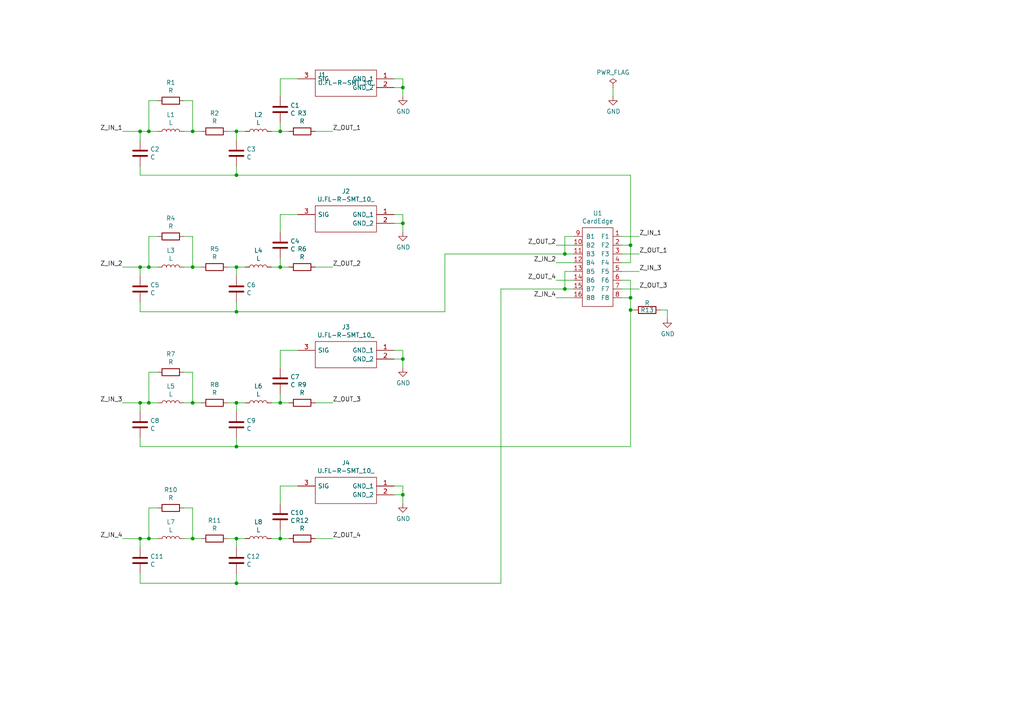
<source format=kicad_sch>
(kicad_sch (version 20211123) (generator eeschema)
  (paper "A4")
  (lib_symbols
    (symbol "Device:C" (pin_numbers hide) (pin_names (offset 0.254))
      (property "Reference" "C" (at 0.635 2.54 0))
      (property "Value" "C" (at 0.635 -2.54 0))
      (symbol "C_0_1"
        (polyline (pts (xy -2.032 -0.762) (xy 2.032 -0.762)) (stroke (width 0.508)))
        (polyline (pts (xy -2.032 0.762) (xy 2.032 0.762)) (stroke (width 0.508)))
      )
      (symbol "C_1_1"
        (pin passive line (at 0 3.81 270) (length 2.794) (name "~") (number "1"))
        (pin passive line (at 0 -3.81 90) (length 2.794) (name "~") (number "2"))
      )
    )
    (symbol "Device:L" (pin_numbers hide) (pin_names (offset 1.016) hide)
      (property "Reference" "L" (at -1.27 0 90))
      (property "Value" "L" (at 1.905 0 90))
      (symbol "L_0_1"
        (arc (start 0 -2.54) (mid 0.635 -1.905) (end 0 -1.27))
        (arc (start 0 -1.27) (mid 0.635 -0.635) (end 0 0))
        (arc (start 0 0) (mid 0.635 0.635) (end 0 1.27))
        (arc (start 0 1.27) (mid 0.635 1.905) (end 0 2.54))
      )
      (symbol "L_1_1"
        (pin passive line (at 0 3.81 270) (length 1.27) (name "1") (number "1"))
        (pin passive line (at 0 -3.81 90) (length 1.27) (name "2") (number "2"))
      )
    )
    (symbol "Device:R" (pin_numbers hide) (pin_names (offset 0))
      (property "Reference" "R" (at 2.032 0 90))
      (property "Value" "R" (at 0 0 90))
      (symbol "R_0_1"
        (rectangle (start -1.016 -2.54) (end 1.016 2.54) (stroke (width 0.254)))
      )
      (symbol "R_1_1"
        (pin passive line (at 0 3.81 270) (length 1.27) (name "~") (number "1"))
        (pin passive line (at 0 -3.81 90) (length 1.27) (name "~") (number "2"))
      )
    )
    (symbol "ElectrodeFilterAdapters:CardEdge" (pin_names (offset 1.016))
      (property "Reference" "U" (at 21.59 1.016 0))
      (property "Value" "ElectrodeFilterAdapters_CardEdge" (at 25.527 -10.16 0))
      (symbol "CardEdge_0_1"
        (rectangle (start 0 0) (end 22.86 -8.89))
      )
      (symbol "CardEdge_1_1"
        (pin input line (at 2.54 2.54 270) (length 2.54) (name "F1") (number "1"))
        (pin input line (at 5.08 -11.43 90) (length 2.54) (name "B2") (number "10"))
        (pin input line (at 7.62 -11.43 90) (length 2.54) (name "B3") (number "11"))
        (pin input line (at 10.16 -11.43 90) (length 2.54) (name "B4") (number "12"))
        (pin input line (at 12.7 -11.43 90) (length 2.54) (name "B5") (number "13"))
        (pin input line (at 15.24 -11.43 90) (length 2.54) (name "B6") (number "14"))
        (pin input line (at 17.78 -11.43 90) (length 2.54) (name "B7") (number "15"))
        (pin input line (at 20.32 -11.43 90) (length 2.54) (name "B8") (number "16"))
        (pin input line (at 5.08 2.54 270) (length 2.54) (name "F2") (number "2"))
        (pin input line (at 7.62 2.54 270) (length 2.54) (name "F3") (number "3"))
        (pin input line (at 10.16 2.54 270) (length 2.54) (name "F4") (number "4"))
        (pin input line (at 12.7 2.54 270) (length 2.54) (name "F5") (number "5"))
        (pin input line (at 15.24 2.54 270) (length 2.54) (name "F6") (number "6"))
        (pin input line (at 17.78 2.54 270) (length 2.54) (name "F7") (number "7"))
        (pin input line (at 20.32 2.54 270) (length 2.54) (name "F8") (number "8"))
        (pin input line (at 2.54 -11.43 90) (length 2.54) (name "B1") (number "9"))
      )
    )
    (symbol "ElectrodeFilterAdapters:U.FL-R-SMT_10_" (pin_names (offset 0.762))
      (property "Reference" "J" (at 24.13 7.62 0))
      (property "Value" "ElectrodeFilterAdapters_U.FL-R-SMT_10_" (at 24.13 5.08 0))
      (symbol "U.FL-R-SMT_10__0_0"
        (pin passive line (at 27.94 0 180) (length 5.08) (name "GND_1") (number "1"))
        (pin passive line (at 27.94 -2.54 180) (length 5.08) (name "GND_2") (number "2"))
        (pin passive line (at 0 0 0) (length 5.08) (name "SIG") (number "3"))
      )
      (symbol "U.FL-R-SMT_10__0_1"
        (polyline (pts (xy 5.08 2.54) (xy 22.86 2.54) (xy 22.86 -5.08) (xy 5.08 -5.08) (xy 5.08 2.54)) (stroke (width 0.1524)))
      )
    )
    (symbol "power:GND" (power) (pin_names (offset 0))
      (property "Value" "GND" (at 0 -3.81 0))
      (symbol "GND_0_1"
        (polyline (pts (xy 0 0) (xy 0 -1.27) (xy 1.27 -1.27) (xy 0 -2.54) (xy -1.27 -1.27) (xy 0 -1.27)))
      )
      (symbol "GND_1_1"
        (pin power_in line (at 0 0 270) (length 0) hide (name "GND") (number "1"))
      )
    )
    (symbol "power:PWR_FLAG" (power) (pin_numbers hide) (pin_names (offset 0) hide)
      (property "Value" "PWR_FLAG" (at 0 3.81 0))
      (symbol "PWR_FLAG_0_0"
        (pin power_out line (at 0 0 90) (length 0) (name "pwr") (number "1"))
      )
      (symbol "PWR_FLAG_0_1"
        (polyline (pts (xy 0 0) (xy 0 1.27) (xy -1.016 1.905) (xy 0 2.54) (xy 1.016 1.905) (xy 0 1.27)))
      )
    )
  )
  (junction (at 116.84 143.51))
  (junction (at 68.58 50.8))
  (junction (at 43.18 38.1))
  (junction (at 43.18 77.47))
  (junction (at 81.28 77.47))
  (junction (at 68.58 156.21))
  (junction (at 163.83 83.82))
  (junction (at 68.58 38.1))
  (junction (at 81.28 38.1))
  (junction (at 55.88 38.1))
  (junction (at 116.84 64.77))
  (junction (at 43.18 156.21))
  (junction (at 116.84 104.14))
  (junction (at 81.28 156.21))
  (junction (at 81.28 116.84))
  (junction (at 40.64 38.1))
  (junction (at 55.88 116.84))
  (junction (at 68.58 169.164))
  (junction (at 43.18 116.84))
  (junction (at 40.64 156.21))
  (junction (at 68.58 116.84))
  (junction (at 163.83 73.66))
  (junction (at 182.88 89.916))
  (junction (at 182.88 86.36))
  (junction (at 182.88 71.12))
  (junction (at 68.58 77.47))
  (junction (at 116.84 25.4))
  (junction (at 68.58 90.424))
  (junction (at 55.88 156.21))
  (junction (at 68.58 129.54))
  (junction (at 55.88 77.47))
  (junction (at 40.64 77.47))
  (junction (at 40.64 116.84))
  (wire (pts (xy 68.58 48.26) (xy 68.58 50.8)))
  (wire (pts (xy 68.58 90.424) (xy 129.032 90.424)))
  (wire (pts (xy 43.18 107.95) (xy 43.18 116.84)))
  (wire (pts (xy 66.04 38.1) (xy 68.58 38.1)))
  (wire (pts (xy 114.3 140.97) (xy 116.84 140.97)))
  (wire (pts (xy 182.88 89.916) (xy 182.88 129.54)))
  (wire (pts (xy 53.34 147.32) (xy 55.88 147.32)))
  (wire (pts (xy 35.56 77.47) (xy 40.64 77.47)))
  (wire (pts (xy 182.88 71.12) (xy 182.88 76.2)))
  (wire (pts (xy 45.72 29.21) (xy 43.18 29.21)))
  (wire (pts (xy 45.72 68.58) (xy 43.18 68.58)))
  (wire (pts (xy 81.28 77.47) (xy 81.28 74.93)))
  (wire (pts (xy 40.64 169.164) (xy 68.58 169.164)))
  (wire (pts (xy 43.18 116.84) (xy 40.64 116.84)))
  (wire (pts (xy 35.56 38.1) (xy 40.64 38.1)))
  (wire (pts (xy 55.88 68.58) (xy 55.88 77.47)))
  (wire (pts (xy 129.032 73.66) (xy 163.83 73.66)))
  (wire (pts (xy 43.18 68.58) (xy 43.18 77.47)))
  (wire (pts (xy 78.74 38.1) (xy 81.28 38.1)))
  (wire (pts (xy 180.34 76.2) (xy 182.88 76.2)))
  (wire (pts (xy 68.58 38.1) (xy 68.58 40.64)))
  (wire (pts (xy 129.032 90.424) (xy 129.032 73.66)))
  (wire (pts (xy 66.04 156.21) (xy 68.58 156.21)))
  (wire (pts (xy 43.18 116.84) (xy 45.72 116.84)))
  (wire (pts (xy 182.88 89.916) (xy 183.896 89.916)))
  (wire (pts (xy 180.34 68.58) (xy 185.42 68.58)))
  (wire (pts (xy 68.58 169.164) (xy 145.288 169.164)))
  (wire (pts (xy 55.88 156.21) (xy 53.34 156.21)))
  (wire (pts (xy 40.64 116.84) (xy 40.64 119.38)))
  (wire (pts (xy 43.18 147.32) (xy 43.18 156.21)))
  (wire (pts (xy 91.44 77.47) (xy 96.52 77.47)))
  (wire (pts (xy 81.28 38.1) (xy 81.28 35.56)))
  (wire (pts (xy 71.12 156.21) (xy 68.58 156.21)))
  (wire (pts (xy 55.88 107.95) (xy 55.88 116.84)))
  (wire (pts (xy 45.72 147.32) (xy 43.18 147.32)))
  (wire (pts (xy 114.3 143.51) (xy 116.84 143.51)))
  (wire (pts (xy 55.88 77.47) (xy 53.34 77.47)))
  (wire (pts (xy 81.28 67.31) (xy 81.28 62.23)))
  (wire (pts (xy 182.88 86.36) (xy 182.88 89.916)))
  (wire (pts (xy 161.29 71.12) (xy 166.37 71.12)))
  (wire (pts (xy 43.18 38.1) (xy 45.72 38.1)))
  (wire (pts (xy 114.3 101.6) (xy 116.84 101.6)))
  (wire (pts (xy 91.44 156.21) (xy 96.52 156.21)))
  (wire (pts (xy 68.58 127) (xy 68.58 129.54)))
  (wire (pts (xy 145.288 83.82) (xy 163.83 83.82)))
  (wire (pts (xy 68.58 116.84) (xy 68.58 119.38)))
  (wire (pts (xy 114.3 62.23) (xy 116.84 62.23)))
  (wire (pts (xy 68.58 156.21) (xy 68.58 158.75)))
  (wire (pts (xy 71.12 38.1) (xy 68.58 38.1)))
  (wire (pts (xy 40.64 48.26) (xy 40.64 50.8)))
  (wire (pts (xy 114.3 22.86) (xy 116.84 22.86)))
  (wire (pts (xy 163.83 78.74) (xy 163.83 83.82)))
  (wire (pts (xy 81.28 77.47) (xy 83.82 77.47)))
  (wire (pts (xy 114.3 104.14) (xy 116.84 104.14)))
  (wire (pts (xy 68.58 87.63) (xy 68.58 90.424)))
  (wire (pts (xy 180.34 86.36) (xy 182.88 86.36)))
  (wire (pts (xy 81.28 156.21) (xy 81.28 153.67)))
  (wire (pts (xy 68.58 77.47) (xy 68.58 80.01)))
  (wire (pts (xy 53.34 29.21) (xy 55.88 29.21)))
  (wire (pts (xy 53.34 68.58) (xy 55.88 68.58)))
  (wire (pts (xy 71.12 116.84) (xy 68.58 116.84)))
  (wire (pts (xy 40.64 127) (xy 40.64 129.54)))
  (wire (pts (xy 91.44 38.1) (xy 96.52 38.1)))
  (wire (pts (xy 68.58 129.54) (xy 182.88 129.54)))
  (wire (pts (xy 78.74 116.84) (xy 81.28 116.84)))
  (wire (pts (xy 35.56 156.21) (xy 40.64 156.21)))
  (wire (pts (xy 71.12 77.47) (xy 68.58 77.47)))
  (wire (pts (xy 43.18 156.21) (xy 40.64 156.21)))
  (wire (pts (xy 40.64 166.37) (xy 40.64 169.164)))
  (wire (pts (xy 66.04 77.47) (xy 68.58 77.47)))
  (wire (pts (xy 35.56 116.84) (xy 40.64 116.84)))
  (wire (pts (xy 58.42 38.1) (xy 55.88 38.1)))
  (wire (pts (xy 91.44 116.84) (xy 96.52 116.84)))
  (wire (pts (xy 55.88 147.32) (xy 55.88 156.21)))
  (wire (pts (xy 163.83 83.82) (xy 166.37 83.82)))
  (wire (pts (xy 81.28 116.84) (xy 81.28 114.3)))
  (wire (pts (xy 161.29 76.2) (xy 166.37 76.2)))
  (wire (pts (xy 53.34 107.95) (xy 55.88 107.95)))
  (wire (pts (xy 45.72 107.95) (xy 43.18 107.95)))
  (wire (pts (xy 78.74 156.21) (xy 81.28 156.21)))
  (wire (pts (xy 78.74 77.47) (xy 81.28 77.47)))
  (wire (pts (xy 40.64 77.47) (xy 40.64 80.01)))
  (wire (pts (xy 116.84 140.97) (xy 116.84 143.51)))
  (wire (pts (xy 163.83 68.58) (xy 163.83 73.66)))
  (wire (pts (xy 40.64 156.21) (xy 40.64 158.75)))
  (wire (pts (xy 55.88 38.1) (xy 53.34 38.1)))
  (wire (pts (xy 81.28 116.84) (xy 83.82 116.84)))
  (wire (pts (xy 180.34 73.66) (xy 185.42 73.66)))
  (wire (pts (xy 116.84 64.77) (xy 116.84 67.31)))
  (wire (pts (xy 163.83 73.66) (xy 166.37 73.66)))
  (wire (pts (xy 177.8 25.4) (xy 177.8 27.94)))
  (wire (pts (xy 182.88 81.28) (xy 182.88 86.36)))
  (wire (pts (xy 68.58 50.8) (xy 182.88 50.8)))
  (wire (pts (xy 161.29 81.28) (xy 166.37 81.28)))
  (wire (pts (xy 191.516 89.916) (xy 193.548 89.916)))
  (wire (pts (xy 55.88 29.21) (xy 55.88 38.1)))
  (wire (pts (xy 40.64 38.1) (xy 40.64 40.64)))
  (wire (pts (xy 166.37 78.74) (xy 163.83 78.74)))
  (wire (pts (xy 116.84 62.23) (xy 116.84 64.77)))
  (wire (pts (xy 40.64 129.54) (xy 68.58 129.54)))
  (wire (pts (xy 114.3 25.4) (xy 116.84 25.4)))
  (wire (pts (xy 116.84 101.6) (xy 116.84 104.14)))
  (wire (pts (xy 81.28 140.97) (xy 86.36 140.97)))
  (wire (pts (xy 114.3 64.77) (xy 116.84 64.77)))
  (wire (pts (xy 81.28 38.1) (xy 83.82 38.1)))
  (wire (pts (xy 180.34 83.82) (xy 185.42 83.82)))
  (wire (pts (xy 81.28 156.21) (xy 83.82 156.21)))
  (wire (pts (xy 81.28 27.94) (xy 81.28 22.86)))
  (wire (pts (xy 43.18 77.47) (xy 40.64 77.47)))
  (wire (pts (xy 58.42 116.84) (xy 55.88 116.84)))
  (wire (pts (xy 116.84 143.51) (xy 116.84 146.05)))
  (wire (pts (xy 116.84 104.14) (xy 116.84 106.68)))
  (wire (pts (xy 145.288 169.164) (xy 145.288 83.82)))
  (wire (pts (xy 81.28 62.23) (xy 86.36 62.23)))
  (wire (pts (xy 81.28 101.6) (xy 86.36 101.6)))
  (wire (pts (xy 43.18 77.47) (xy 45.72 77.47)))
  (wire (pts (xy 58.42 156.21) (xy 55.88 156.21)))
  (wire (pts (xy 66.04 116.84) (xy 68.58 116.84)))
  (wire (pts (xy 166.37 68.58) (xy 163.83 68.58)))
  (wire (pts (xy 43.18 29.21) (xy 43.18 38.1)))
  (wire (pts (xy 55.88 116.84) (xy 53.34 116.84)))
  (wire (pts (xy 193.548 89.916) (xy 193.548 92.456)))
  (wire (pts (xy 180.34 71.12) (xy 182.88 71.12)))
  (wire (pts (xy 182.88 50.8) (xy 182.88 71.12)))
  (wire (pts (xy 81.28 106.68) (xy 81.28 101.6)))
  (wire (pts (xy 40.64 50.8) (xy 68.58 50.8)))
  (wire (pts (xy 116.84 22.86) (xy 116.84 25.4)))
  (wire (pts (xy 40.64 87.63) (xy 40.64 90.424)))
  (wire (pts (xy 81.28 22.86) (xy 86.36 22.86)))
  (wire (pts (xy 81.28 146.05) (xy 81.28 140.97)))
  (wire (pts (xy 161.29 86.36) (xy 166.37 86.36)))
  (wire (pts (xy 116.84 25.4) (xy 116.84 27.94)))
  (wire (pts (xy 68.58 166.37) (xy 68.58 169.164)))
  (wire (pts (xy 180.34 78.74) (xy 185.42 78.74)))
  (wire (pts (xy 43.18 156.21) (xy 45.72 156.21)))
  (wire (pts (xy 58.42 77.47) (xy 55.88 77.47)))
  (wire (pts (xy 180.34 81.28) (xy 182.88 81.28)))
  (wire (pts (xy 43.18 38.1) (xy 40.64 38.1)))
  (wire (pts (xy 40.64 90.424) (xy 68.58 90.424)))
  (label "Z_OUT_4" (at 161.29 81.28 180))
  (label "Z_IN_2" (at 35.56 77.47 180))
  (label "Z_IN_3" (at 35.56 116.84 180))
  (label "Z_IN_1" (at 35.56 38.1 180))
  (label "Z_OUT_4" (at 96.52 156.21 0))
  (label "Z_OUT_3" (at 185.42 83.82 0))
  (label "Z_IN_2" (at 161.29 76.2 180))
  (label "Z_IN_4" (at 161.29 86.36 180))
  (label "Z_OUT_2" (at 161.29 71.12 180))
  (label "Z_IN_4" (at 35.56 156.21 180))
  (label "Z_IN_3" (at 185.42 78.74 0))
  (label "Z_OUT_2" (at 96.52 77.47 0))
  (label "Z_OUT_3" (at 96.52 116.84 0))
  (label "Z_OUT_1" (at 185.42 73.66 0))
  (label "Z_IN_1" (at 185.42 68.58 0))
  (label "Z_OUT_1" (at 96.52 38.1 0))
  (symbol (lib_id "Device:R") (at 49.53 29.21 270) (unit 1)
    (property "Reference" "R1" (at 49.53 23.9522 90))
    (property "Value" "R" (at 49.53 26.2636 90))
    (property "Footprint" "Resistor_SMD:R_0603_1608Metric" (effects hide))
  )
  (symbol (lib_id "Device:C") (at 40.64 44.45 0) (unit 1)
    (property "Reference" "C2" (at 43.561 43.2816 0) (effects (justify left)))
    (property "Value" "C" (at 43.561 45.593 0) (effects (justify left)))
    (property "Footprint" "Capacitor_SMD:C_0603_1608Metric" (effects hide))
  )
  (symbol (lib_id "ElectrodeFilterAdapters:U.FL-R-SMT_10_") (at 86.36 22.86 0) (unit 1)
    (property "Reference" "J1" (at 92.1512 21.6916 0) (effects (justify left)))
    (property "Value" "U.FL-R-SMT_10_" (at 92.1512 24.003 0) (effects (justify left)))
    (property "Footprint" "ElectrodeFilterAdapters:UFLRSMT10" (effects hide))
    (property "Datasheet" "https://componentsearchengine.com//U.FL-R-SMT(10).pdf" (effects hide))
    (property "Description" "RF Connectors / Coaxial Connectors U.FL RECEPTACLE SMT GLD M CONT REEL" (effects hide))
    (property "Height" "1.25" (effects hide))
    (property "Mouser2 Part Number" "798-U.FL-R-SMT10" (effects hide))
    (property "Mouser2 Price/Stock" "https://www.mouser.com/Search/Refine.aspx?Keyword=798-U.FL-R-SMT10" (effects hide))
    (property "Manufacturer_Name" "Hirose" (effects hide))
    (property "Manufacturer_Part_Number" "U.FL-R-SMT(10)" (effects hide))
  )
  (symbol (lib_id "Device:L") (at 49.53 38.1 90) (unit 1)
    (property "Reference" "L1" (at 49.53 33.274 90))
    (property "Value" "L" (at 49.53 35.5854 90))
    (property "Footprint" "Inductor_SMD:L_1008_2520Metric" (effects hide))
  )
  (symbol (lib_id "power:GND") (at 116.84 27.94 0) (unit 1)
    (property "Reference" "#PWR01" (effects hide))
    (property "Value" "GND" (at 116.967 32.3342 0))
  )
  (symbol (lib_id "Device:C") (at 68.58 44.45 0) (unit 1)
    (property "Reference" "C3" (at 71.501 43.2816 0) (effects (justify left)))
    (property "Value" "C" (at 71.501 45.593 0) (effects (justify left)))
    (property "Footprint" "Capacitor_SMD:C_0603_1608Metric" (effects hide))
  )
  (symbol (lib_id "Device:R") (at 62.23 38.1 270) (unit 1)
    (property "Reference" "R2" (at 62.23 32.8422 90))
    (property "Value" "R" (at 62.23 35.1536 90))
    (property "Footprint" "Resistor_SMD:R_0603_1608Metric" (effects hide))
  )
  (symbol (lib_id "power:PWR_FLAG") (at 177.8 25.4 0) (unit 1)
    (property "Reference" "#FLG01" (effects hide))
    (property "Value" "PWR_FLAG" (at 177.8 21.0058 0))
  )
  (symbol (lib_id "power:GND") (at 177.8 27.94 0) (unit 1)
    (property "Reference" "#PWR02" (effects hide))
    (property "Value" "GND" (at 177.927 32.3342 0))
  )
  (symbol (lib_id "Device:L") (at 74.93 38.1 90) (unit 1)
    (property "Reference" "L2" (at 74.93 33.274 90))
    (property "Value" "L" (at 74.93 35.5854 90))
    (property "Footprint" "Inductor_SMD:L_0603_1608Metric" (effects hide))
  )
  (symbol (lib_id "Device:C") (at 81.28 31.75 0) (unit 1)
    (property "Reference" "C1" (at 84.201 30.5816 0) (effects (justify left)))
    (property "Value" "C" (at 84.201 32.893 0) (effects (justify left)))
    (property "Footprint" "Capacitor_SMD:C_0603_1608Metric" (effects hide))
  )
  (symbol (lib_id "Device:R") (at 87.63 38.1 270) (unit 1)
    (property "Reference" "R3" (at 87.63 32.8422 90))
    (property "Value" "R" (at 87.63 35.1536 90))
    (property "Footprint" "Resistor_SMD:R_0603_1608Metric" (effects hide))
  )
  (symbol (lib_id "Device:R") (at 49.53 68.58 270) (unit 1)
    (property "Reference" "R4" (at 49.53 63.3222 90))
    (property "Value" "R" (at 49.53 65.6336 90))
    (property "Footprint" "Resistor_SMD:R_0603_1608Metric" (effects hide))
  )
  (symbol (lib_id "Device:C") (at 40.64 83.82 0) (unit 1)
    (property "Reference" "C5" (at 43.561 82.6516 0) (effects (justify left)))
    (property "Value" "C" (at 43.561 84.963 0) (effects (justify left)))
    (property "Footprint" "Capacitor_SMD:C_0603_1608Metric" (effects hide))
  )
  (symbol (lib_id "Device:L") (at 49.53 77.47 90) (unit 1)
    (property "Reference" "L3" (at 49.53 72.644 90))
    (property "Value" "L" (at 49.53 74.9554 90))
    (property "Footprint" "Inductor_SMD:L_1008_2520Metric" (effects hide))
  )
  (symbol (lib_id "Device:C") (at 68.58 83.82 0) (unit 1)
    (property "Reference" "C6" (at 71.501 82.6516 0) (effects (justify left)))
    (property "Value" "C" (at 71.501 84.963 0) (effects (justify left)))
    (property "Footprint" "Capacitor_SMD:C_0603_1608Metric" (effects hide))
  )
  (symbol (lib_id "Device:R") (at 62.23 77.47 270) (unit 1)
    (property "Reference" "R5" (at 62.23 72.2122 90))
    (property "Value" "R" (at 62.23 74.5236 90))
    (property "Footprint" "Resistor_SMD:R_0603_1608Metric" (effects hide))
  )
  (symbol (lib_id "Device:L") (at 74.93 77.47 90) (unit 1)
    (property "Reference" "L4" (at 74.93 72.644 90))
    (property "Value" "L" (at 74.93 74.9554 90))
    (property "Footprint" "Inductor_SMD:L_0603_1608Metric" (effects hide))
  )
  (symbol (lib_id "Device:C") (at 81.28 71.12 0) (unit 1)
    (property "Reference" "C4" (at 84.201 69.9516 0) (effects (justify left)))
    (property "Value" "C" (at 84.201 72.263 0) (effects (justify left)))
    (property "Footprint" "Capacitor_SMD:C_0603_1608Metric" (effects hide))
  )
  (symbol (lib_id "ElectrodeFilterAdapters:U.FL-R-SMT_10_") (at 86.36 62.23 0) (unit 1)
    (property "Reference" "J2" (at 100.33 55.499 0))
    (property "Value" "U.FL-R-SMT_10_" (at 100.33 57.8104 0))
    (property "Footprint" "ElectrodeFilterAdapters:UFLRSMT10" (effects hide))
    (property "Datasheet" "https://componentsearchengine.com//U.FL-R-SMT(10).pdf" (effects hide))
    (property "Description" "RF Connectors / Coaxial Connectors U.FL RECEPTACLE SMT GLD M CONT REEL" (effects hide))
    (property "Height" "1.25" (effects hide))
    (property "Mouser2 Part Number" "798-U.FL-R-SMT10" (effects hide))
    (property "Mouser2 Price/Stock" "https://www.mouser.com/Search/Refine.aspx?Keyword=798-U.FL-R-SMT10" (effects hide))
    (property "Manufacturer_Name" "Hirose" (effects hide))
    (property "Manufacturer_Part_Number" "U.FL-R-SMT(10)" (effects hide))
  )
  (symbol (lib_id "power:GND") (at 116.84 67.31 0) (unit 1)
    (property "Reference" "#PWR05" (effects hide))
    (property "Value" "GND" (at 116.967 71.7042 0))
  )
  (symbol (lib_id "Device:R") (at 87.63 77.47 270) (unit 1)
    (property "Reference" "R6" (at 87.63 72.2122 90))
    (property "Value" "R" (at 87.63 74.5236 90))
    (property "Footprint" "Resistor_SMD:R_0603_1608Metric" (effects hide))
  )
  (symbol (lib_id "Device:R") (at 49.53 107.95 270) (unit 1)
    (property "Reference" "R7" (at 49.53 102.6922 90))
    (property "Value" "R" (at 49.53 105.0036 90))
    (property "Footprint" "Resistor_SMD:R_0603_1608Metric" (effects hide))
  )
  (symbol (lib_id "Device:C") (at 40.64 123.19 0) (unit 1)
    (property "Reference" "C8" (at 43.561 122.0216 0) (effects (justify left)))
    (property "Value" "C" (at 43.561 124.333 0) (effects (justify left)))
    (property "Footprint" "Capacitor_SMD:C_0603_1608Metric" (effects hide))
  )
  (symbol (lib_id "Device:L") (at 49.53 116.84 90) (unit 1)
    (property "Reference" "L5" (at 49.53 112.014 90))
    (property "Value" "L" (at 49.53 114.3254 90))
    (property "Footprint" "Inductor_SMD:L_1008_2520Metric" (effects hide))
  )
  (symbol (lib_id "Device:C") (at 68.58 123.19 0) (unit 1)
    (property "Reference" "C9" (at 71.501 122.0216 0) (effects (justify left)))
    (property "Value" "C" (at 71.501 124.333 0) (effects (justify left)))
    (property "Footprint" "Capacitor_SMD:C_0603_1608Metric" (effects hide))
  )
  (symbol (lib_id "Device:R") (at 62.23 116.84 270) (unit 1)
    (property "Reference" "R8" (at 62.23 111.5822 90))
    (property "Value" "R" (at 62.23 113.8936 90))
    (property "Footprint" "Resistor_SMD:R_0603_1608Metric" (effects hide))
  )
  (symbol (lib_id "Device:L") (at 74.93 116.84 90) (unit 1)
    (property "Reference" "L6" (at 74.93 112.014 90))
    (property "Value" "L" (at 74.93 114.3254 90))
    (property "Footprint" "Inductor_SMD:L_0603_1608Metric" (effects hide))
  )
  (symbol (lib_id "Device:C") (at 81.28 110.49 0) (unit 1)
    (property "Reference" "C7" (at 84.201 109.3216 0) (effects (justify left)))
    (property "Value" "C" (at 84.201 111.633 0) (effects (justify left)))
    (property "Footprint" "Capacitor_SMD:C_0603_1608Metric" (effects hide))
  )
  (symbol (lib_id "ElectrodeFilterAdapters:U.FL-R-SMT_10_") (at 86.36 101.6 0) (unit 1)
    (property "Reference" "J3" (at 100.33 94.869 0))
    (property "Value" "U.FL-R-SMT_10_" (at 100.33 97.1804 0))
    (property "Footprint" "ElectrodeFilterAdapters:UFLRSMT10" (effects hide))
    (property "Datasheet" "https://componentsearchengine.com//U.FL-R-SMT(10).pdf" (effects hide))
    (property "Description" "RF Connectors / Coaxial Connectors U.FL RECEPTACLE SMT GLD M CONT REEL" (effects hide))
    (property "Height" "1.25" (effects hide))
    (property "Mouser2 Part Number" "798-U.FL-R-SMT10" (effects hide))
    (property "Mouser2 Price/Stock" "https://www.mouser.com/Search/Refine.aspx?Keyword=798-U.FL-R-SMT10" (effects hide))
    (property "Manufacturer_Name" "Hirose" (effects hide))
    (property "Manufacturer_Part_Number" "U.FL-R-SMT(10)" (effects hide))
  )
  (symbol (lib_id "power:GND") (at 116.84 106.68 0) (unit 1)
    (property "Reference" "#PWR010" (effects hide))
    (property "Value" "GND" (at 116.967 111.0742 0))
  )
  (symbol (lib_id "Device:R") (at 87.63 116.84 270) (unit 1)
    (property "Reference" "R9" (at 87.63 111.5822 90))
    (property "Value" "R" (at 87.63 113.8936 90))
    (property "Footprint" "Resistor_SMD:R_0603_1608Metric" (effects hide))
  )
  (symbol (lib_id "Device:R") (at 49.53 147.32 270) (unit 1)
    (property "Reference" "R10" (at 49.53 142.0622 90))
    (property "Value" "R" (at 49.53 144.3736 90))
    (property "Footprint" "Resistor_SMD:R_0603_1608Metric" (effects hide))
  )
  (symbol (lib_id "Device:C") (at 40.64 162.56 0) (unit 1)
    (property "Reference" "C11" (at 43.561 161.3916 0) (effects (justify left)))
    (property "Value" "C" (at 43.561 163.703 0) (effects (justify left)))
    (property "Footprint" "Capacitor_SMD:C_0603_1608Metric" (effects hide))
  )
  (symbol (lib_id "Device:L") (at 49.53 156.21 90) (unit 1)
    (property "Reference" "L7" (at 49.53 151.384 90))
    (property "Value" "L" (at 49.53 153.6954 90))
    (property "Footprint" "Inductor_SMD:L_1008_2520Metric" (effects hide))
  )
  (symbol (lib_id "Device:C") (at 68.58 162.56 0) (unit 1)
    (property "Reference" "C12" (at 71.501 161.3916 0) (effects (justify left)))
    (property "Value" "C" (at 71.501 163.703 0) (effects (justify left)))
    (property "Footprint" "Capacitor_SMD:C_0603_1608Metric" (effects hide))
  )
  (symbol (lib_id "Device:R") (at 62.23 156.21 270) (unit 1)
    (property "Reference" "R11" (at 62.23 150.9522 90))
    (property "Value" "R" (at 62.23 153.2636 90))
    (property "Footprint" "Resistor_SMD:R_0603_1608Metric" (effects hide))
  )
  (symbol (lib_id "Device:L") (at 74.93 156.21 90) (unit 1)
    (property "Reference" "L8" (at 74.93 151.384 90))
    (property "Value" "L" (at 74.93 153.6954 90))
    (property "Footprint" "Inductor_SMD:L_0603_1608Metric" (effects hide))
  )
  (symbol (lib_id "Device:C") (at 81.28 149.86 0) (unit 1)
    (property "Reference" "C10" (at 84.201 148.6916 0) (effects (justify left)))
    (property "Value" "C" (at 84.201 151.003 0) (effects (justify left)))
    (property "Footprint" "Capacitor_SMD:C_0603_1608Metric" (effects hide))
  )
  (symbol (lib_id "ElectrodeFilterAdapters:U.FL-R-SMT_10_") (at 86.36 140.97 0) (unit 1)
    (property "Reference" "J4" (at 100.33 134.239 0))
    (property "Value" "U.FL-R-SMT_10_" (at 100.33 136.5504 0))
    (property "Footprint" "ElectrodeFilterAdapters:UFLRSMT10" (effects hide))
    (property "Datasheet" "https://componentsearchengine.com//U.FL-R-SMT(10).pdf" (effects hide))
    (property "Description" "RF Connectors / Coaxial Connectors U.FL RECEPTACLE SMT GLD M CONT REEL" (effects hide))
    (property "Height" "1.25" (effects hide))
    (property "Mouser2 Part Number" "798-U.FL-R-SMT10" (effects hide))
    (property "Mouser2 Price/Stock" "https://www.mouser.com/Search/Refine.aspx?Keyword=798-U.FL-R-SMT10" (effects hide))
    (property "Manufacturer_Name" "Hirose" (effects hide))
    (property "Manufacturer_Part_Number" "U.FL-R-SMT(10)" (effects hide))
  )
  (symbol (lib_id "power:GND") (at 116.84 146.05 0) (unit 1)
    (property "Reference" "#PWR013" (effects hide))
    (property "Value" "GND" (at 116.967 150.4442 0))
  )
  (symbol (lib_id "Device:R") (at 87.63 156.21 270) (unit 1)
    (property "Reference" "R12" (at 87.63 150.9522 90))
    (property "Value" "R" (at 87.63 153.2636 90))
    (property "Footprint" "Resistor_SMD:R_0603_1608Metric" (effects hide))
  )
  (symbol (lib_id "ElectrodeFilterAdapters:CardEdge") (at 177.8 66.04 270) (unit 1)
    (property "Reference" "U1" (at 173.355 61.849 90))
    (property "Value" "CardEdge" (at 173.355 64.1604 90))
    (property "Footprint" "ElectrodeFilterAdapters:CardEdge" (effects hide))
  )
  (symbol (lib_id "Device:R") (at 187.706 89.916 270) (unit 1)
    (property "Reference" "R13" (at 187.706 89.916 90))
    (property "Value" "R" (at 187.706 87.884 90))
    (property "Footprint" "Resistor_SMD:R_0603_1608Metric" (effects hide))
  )
  (symbol (lib_id "power:GND") (at 193.548 92.456 0) (unit 1)
    (property "Reference" "#PWR?" (effects hide))
    (property "Value" "GND" (at 193.675 96.8502 0))
  )
)
</source>
